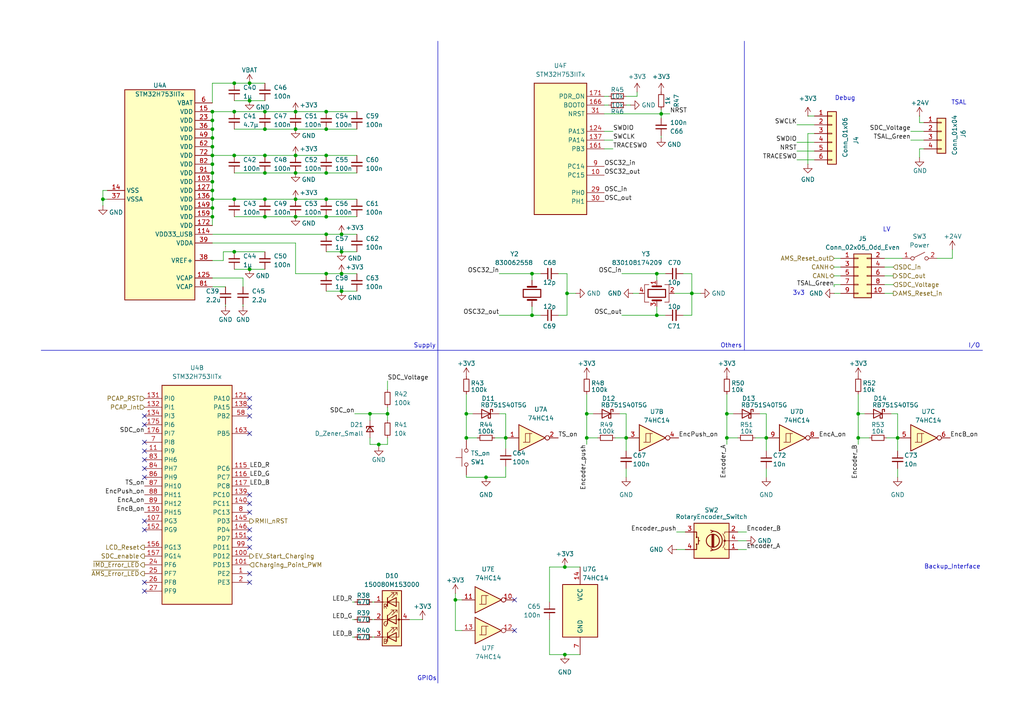
<source format=kicad_sch>
(kicad_sch
	(version 20250114)
	(generator "eeschema")
	(generator_version "9.0")
	(uuid "35b8a975-a1f8-4a47-8395-8e1ea283b386")
	(paper "A4")
	
	(text "Supply"
		(exclude_from_sim no)
		(at 123.19 100.33 0)
		(effects
			(font
				(size 1.27 1.27)
			)
		)
		(uuid "131e0615-657c-4f59-929d-0b7601842308")
	)
	(text "Backup_Interface"
		(exclude_from_sim no)
		(at 276.225 164.465 0)
		(effects
			(font
				(size 1.27 1.27)
			)
		)
		(uuid "15d77424-d13c-4f90-9f96-be8bf1adf8cc")
	)
	(text "3v3"
		(exclude_from_sim no)
		(at 229.87 85.09 0)
		(effects
			(font
				(size 1.27 1.27)
			)
			(justify left)
		)
		(uuid "364922e6-446e-413c-878a-bdcedb16435f")
	)
	(text "Debug"
		(exclude_from_sim no)
		(at 245.11 28.575 0)
		(effects
			(font
				(size 1.27 1.27)
			)
		)
		(uuid "79c5fecb-7e44-4b5c-b26a-b9a1ead8d6a7")
	)
	(text "GPIOs"
		(exclude_from_sim no)
		(at 123.825 196.85 0)
		(effects
			(font
				(size 1.27 1.27)
			)
		)
		(uuid "874e0f0d-b925-486e-858d-0f71e7baf11c")
	)
	(text "Others"
		(exclude_from_sim no)
		(at 212.09 100.33 0)
		(effects
			(font
				(size 1.27 1.27)
			)
		)
		(uuid "8c39beda-3239-4b4d-a394-cb66f7a7e4ef")
	)
	(text "LV"
		(exclude_from_sim no)
		(at 257.175 66.675 0)
		(effects
			(font
				(size 1.27 1.27)
			)
		)
		(uuid "8e72c987-571c-4fd1-98e2-d688bb9b9a23")
	)
	(text "TSAL"
		(exclude_from_sim no)
		(at 278.13 29.845 0)
		(effects
			(font
				(size 1.27 1.27)
			)
		)
		(uuid "b0e08e63-728e-465b-a9bb-a2354a70eaa5")
	)
	(text "I/O"
		(exclude_from_sim no)
		(at 282.575 100.33 0)
		(effects
			(font
				(size 1.27 1.27)
			)
		)
		(uuid "f89b8e88-7ad7-41ce-a0a0-f0fc435a26ef")
	)
	(junction
		(at 210.82 127)
		(diameter 0)
		(color 0 0 0 0)
		(uuid "03054f2e-9208-4716-83d7-1967059eae49")
	)
	(junction
		(at 170.18 120.015)
		(diameter 0)
		(color 0 0 0 0)
		(uuid "04edc9c4-6ba3-413b-80a1-5be3abfb178c")
	)
	(junction
		(at 61.595 60.325)
		(diameter 0)
		(color 0 0 0 0)
		(uuid "0639ff6d-0fa4-4a92-9101-ae69b2e89fd2")
	)
	(junction
		(at 135.255 127)
		(diameter 0)
		(color 0 0 0 0)
		(uuid "0da62957-c2c4-4942-91bd-ffb8d4251c5e")
	)
	(junction
		(at 67.945 32.385)
		(diameter 0)
		(color 0 0 0 0)
		(uuid "1277a601-4d5f-42fb-a0c5-a1f18ba0016e")
	)
	(junction
		(at 260.35 127)
		(diameter 0)
		(color 0 0 0 0)
		(uuid "1ec9d057-6b69-4bff-b2f9-d0b216a47459")
	)
	(junction
		(at 181.61 127)
		(diameter 0)
		(color 0 0 0 0)
		(uuid "1fbd7fc5-8c6d-4ada-afcb-22c60ceb9e34")
	)
	(junction
		(at 132.08 173.99)
		(diameter 0)
		(color 0 0 0 0)
		(uuid "2372f2f0-8b6b-4ba0-8156-48184e2d7c4f")
	)
	(junction
		(at 163.83 164.465)
		(diameter 0)
		(color 0 0 0 0)
		(uuid "32af624e-2218-4443-87a1-2186e9d667d8")
	)
	(junction
		(at 248.92 120.015)
		(diameter 0)
		(color 0 0 0 0)
		(uuid "37d9dbe4-82b9-4615-805a-2f19a542c56e")
	)
	(junction
		(at 170.18 127)
		(diameter 0)
		(color 0 0 0 0)
		(uuid "384fafa7-2dc2-475f-b12a-20aa52e1d930")
	)
	(junction
		(at 112.395 120.015)
		(diameter 0)
		(color 0 0 0 0)
		(uuid "38d409b5-2312-4643-b1fc-fd0131fce598")
	)
	(junction
		(at 67.945 57.785)
		(diameter 0)
		(color 0 0 0 0)
		(uuid "3a44a5b6-35e6-477b-bf34-724cef99df7e")
	)
	(junction
		(at 61.595 32.385)
		(diameter 0)
		(color 0 0 0 0)
		(uuid "3b2e415b-e57a-4f5e-b680-987d6e0ee75d")
	)
	(junction
		(at 76.835 45.085)
		(diameter 0)
		(color 0 0 0 0)
		(uuid "412c5816-2822-46ca-a32f-61cb431bfe1e")
	)
	(junction
		(at 61.595 34.925)
		(diameter 0)
		(color 0 0 0 0)
		(uuid "430d2d22-0f07-45e6-a066-ebb18e98b45d")
	)
	(junction
		(at 94.615 79.375)
		(diameter 0)
		(color 0 0 0 0)
		(uuid "432f5d77-435d-4ec6-8d84-c3578eca972e")
	)
	(junction
		(at 85.725 50.165)
		(diameter 0)
		(color 0 0 0 0)
		(uuid "43f5a8a8-38be-4f74-81aa-71bbc42e5709")
	)
	(junction
		(at 248.92 127)
		(diameter 0)
		(color 0 0 0 0)
		(uuid "46587df5-c4cb-464f-b081-46b2e985f2df")
	)
	(junction
		(at 99.06 84.455)
		(diameter 0)
		(color 0 0 0 0)
		(uuid "4904ae19-57ee-4766-a793-026af6184969")
	)
	(junction
		(at 61.595 57.785)
		(diameter 0)
		(color 0 0 0 0)
		(uuid "4a33e8c1-b15f-4db0-b29d-1dd2148aad9a")
	)
	(junction
		(at 85.725 57.785)
		(diameter 0)
		(color 0 0 0 0)
		(uuid "4bd9b2ee-526d-4e54-8543-852c7a6f1074")
	)
	(junction
		(at 61.595 40.005)
		(diameter 0)
		(color 0 0 0 0)
		(uuid "4bef900f-dc66-42af-b560-e8cc8d6a6bce")
	)
	(junction
		(at 61.595 37.465)
		(diameter 0)
		(color 0 0 0 0)
		(uuid "4c2b925c-0792-420d-8f18-1f562d9b6ba2")
	)
	(junction
		(at 99.06 73.025)
		(diameter 0)
		(color 0 0 0 0)
		(uuid "4ff38491-b732-4bec-930a-4ca407ceb858")
	)
	(junction
		(at 107.315 120.015)
		(diameter 0)
		(color 0 0 0 0)
		(uuid "543660ff-ca23-4fad-8505-bcc3272f30b0")
	)
	(junction
		(at 164.465 85.09)
		(diameter 0)
		(color 0 0 0 0)
		(uuid "556ed635-fced-44e3-845c-f708c990d149")
	)
	(junction
		(at 163.83 189.865)
		(diameter 0)
		(color 0 0 0 0)
		(uuid "57546ade-761b-45ef-9890-daec7eb5d082")
	)
	(junction
		(at 94.615 67.945)
		(diameter 0)
		(color 0 0 0 0)
		(uuid "58f143f7-5a5b-4ff8-89cf-03a63964eb53")
	)
	(junction
		(at 190.5 79.375)
		(diameter 0)
		(color 0 0 0 0)
		(uuid "592f8bd9-4310-4fe4-b840-3718d5a08ff0")
	)
	(junction
		(at 85.725 37.465)
		(diameter 0)
		(color 0 0 0 0)
		(uuid "5a46c399-0f9f-4049-86b9-32bfb792b0a4")
	)
	(junction
		(at 67.945 24.13)
		(diameter 0)
		(color 0 0 0 0)
		(uuid "5ee7831a-b9cd-4699-8b90-ccd7a33a516a")
	)
	(junction
		(at 94.615 62.865)
		(diameter 0)
		(color 0 0 0 0)
		(uuid "62af3ba4-2380-4137-9c4c-8f703fa148db")
	)
	(junction
		(at 222.25 127)
		(diameter 0)
		(color 0 0 0 0)
		(uuid "68357784-7318-43f3-becd-152fcf669e7d")
	)
	(junction
		(at 85.725 32.385)
		(diameter 0)
		(color 0 0 0 0)
		(uuid "6b4ae941-68bd-4806-b564-6051c3e374f6")
	)
	(junction
		(at 61.595 47.625)
		(diameter 0)
		(color 0 0 0 0)
		(uuid "6e7d6e8b-008e-46f2-97bf-300e301fcdc5")
	)
	(junction
		(at 72.39 29.21)
		(diameter 0)
		(color 0 0 0 0)
		(uuid "84972f59-b0b8-441f-aae9-7917b0ac015f")
	)
	(junction
		(at 85.725 45.085)
		(diameter 0)
		(color 0 0 0 0)
		(uuid "84d185bd-171c-460f-91bf-66aa757880e7")
	)
	(junction
		(at 76.835 37.465)
		(diameter 0)
		(color 0 0 0 0)
		(uuid "8a3e42ba-433e-476e-bec8-923cd84f46fb")
	)
	(junction
		(at 61.595 52.705)
		(diameter 0)
		(color 0 0 0 0)
		(uuid "93864b3d-3224-4702-bf3d-2ed04340069c")
	)
	(junction
		(at 99.06 79.375)
		(diameter 0)
		(color 0 0 0 0)
		(uuid "9e0818cf-2913-43d0-81ad-5fd7c6a3ddb1")
	)
	(junction
		(at 140.97 138.43)
		(diameter 0)
		(color 0 0 0 0)
		(uuid "a2af58c6-5f1e-4b3e-b0c0-12a279005486")
	)
	(junction
		(at 76.835 50.165)
		(diameter 0)
		(color 0 0 0 0)
		(uuid "a8da62c7-b5b2-4a05-8568-ce944b258201")
	)
	(junction
		(at 190.5 91.44)
		(diameter 0)
		(color 0 0 0 0)
		(uuid "ac9f37a4-8446-4a5b-a6ff-9f608799a097")
	)
	(junction
		(at 61.595 50.165)
		(diameter 0)
		(color 0 0 0 0)
		(uuid "b510fd1a-117a-465f-a751-9a561bd2ac96")
	)
	(junction
		(at 61.595 42.545)
		(diameter 0)
		(color 0 0 0 0)
		(uuid "b530e2a2-741c-4c76-ace0-7d60e6d206ce")
	)
	(junction
		(at 135.255 120.015)
		(diameter 0)
		(color 0 0 0 0)
		(uuid "b5323042-cbc4-4c6d-8b55-da362d9db400")
	)
	(junction
		(at 94.615 57.785)
		(diameter 0)
		(color 0 0 0 0)
		(uuid "bca7b570-75fa-40a7-a5dd-b415eee9e6fa")
	)
	(junction
		(at 94.615 50.165)
		(diameter 0)
		(color 0 0 0 0)
		(uuid "bcf0274b-9b82-4ddd-b442-da13a9d22e46")
	)
	(junction
		(at 67.945 73.025)
		(diameter 0)
		(color 0 0 0 0)
		(uuid "bdeb1722-eb35-4647-a7e0-350ed2e01785")
	)
	(junction
		(at 200.66 85.09)
		(diameter 0)
		(color 0 0 0 0)
		(uuid "c2234057-b903-484a-a2e3-a32a8859901c")
	)
	(junction
		(at 85.725 62.865)
		(diameter 0)
		(color 0 0 0 0)
		(uuid "c55b6c0a-705b-4ad7-afc8-beda683bc62e")
	)
	(junction
		(at 67.945 45.085)
		(diameter 0)
		(color 0 0 0 0)
		(uuid "ced6b67c-b589-447b-b173-eb3d5278bd77")
	)
	(junction
		(at 99.06 67.945)
		(diameter 0)
		(color 0 0 0 0)
		(uuid "ceeeb9fd-c3cf-438c-9822-df85739f3524")
	)
	(junction
		(at 191.77 33.02)
		(diameter 0)
		(color 0 0 0 0)
		(uuid "d01fb329-49c1-4312-9a86-8c2522e92a75")
	)
	(junction
		(at 72.39 24.13)
		(diameter 0)
		(color 0 0 0 0)
		(uuid "d181dd89-adb0-44ef-b5de-42f46220a519")
	)
	(junction
		(at 154.305 91.44)
		(diameter 0)
		(color 0 0 0 0)
		(uuid "d62f36d0-5342-483c-96b2-d979dd1cfd28")
	)
	(junction
		(at 154.305 79.375)
		(diameter 0)
		(color 0 0 0 0)
		(uuid "d7b6fc6c-855c-4ad5-b8db-ffb1631d4d8e")
	)
	(junction
		(at 29.845 57.785)
		(diameter 0)
		(color 0 0 0 0)
		(uuid "da4a391a-8756-4bbe-ad5d-6a5d7cc0698f")
	)
	(junction
		(at 72.39 78.105)
		(diameter 0)
		(color 0 0 0 0)
		(uuid "dc976682-daa7-427b-b632-e4e6f1b2f4a5")
	)
	(junction
		(at 146.685 127)
		(diameter 0)
		(color 0 0 0 0)
		(uuid "ddd035ed-81df-49e3-9245-82755440f4a5")
	)
	(junction
		(at 61.595 55.245)
		(diameter 0)
		(color 0 0 0 0)
		(uuid "e0d34c7c-a2c8-4d45-a4be-7edc074c7759")
	)
	(junction
		(at 210.82 120.015)
		(diameter 0)
		(color 0 0 0 0)
		(uuid "e28988d6-1ee7-4e20-9f02-35f81af9ff26")
	)
	(junction
		(at 94.615 32.385)
		(diameter 0)
		(color 0 0 0 0)
		(uuid "e6ae9a3e-d48c-4e18-9235-74fe81b4c978")
	)
	(junction
		(at 61.595 62.865)
		(diameter 0)
		(color 0 0 0 0)
		(uuid "eea696d1-0980-4f7d-9ba9-1ff3dcb2b606")
	)
	(junction
		(at 76.835 57.785)
		(diameter 0)
		(color 0 0 0 0)
		(uuid "f3f74bf6-10b1-4218-bfb6-61ef3118c054")
	)
	(junction
		(at 76.835 62.865)
		(diameter 0)
		(color 0 0 0 0)
		(uuid "f5150f2b-4683-49e5-a470-3066104142ee")
	)
	(junction
		(at 61.595 45.085)
		(diameter 0)
		(color 0 0 0 0)
		(uuid "f5abb69e-3023-40b6-8c88-ffed31815111")
	)
	(junction
		(at 76.835 32.385)
		(diameter 0)
		(color 0 0 0 0)
		(uuid "f71381d7-d154-4117-8ffa-0d9e641e8953")
	)
	(junction
		(at 94.615 45.085)
		(diameter 0)
		(color 0 0 0 0)
		(uuid "fa07ce36-60e8-4ebb-8b80-5cc0f863054d")
	)
	(junction
		(at 94.615 37.465)
		(diameter 0)
		(color 0 0 0 0)
		(uuid "fea021c6-6169-4cbd-bd9b-0c0e6e7bdfc0")
	)
	(junction
		(at 109.855 128.905)
		(diameter 0)
		(color 0 0 0 0)
		(uuid "fee4a54d-fd10-4b4f-97f2-238b76d9efae")
	)
	(no_connect
		(at 72.39 153.67)
		(uuid "0979849e-710e-47b6-86d7-e9c688b9aa11")
	)
	(no_connect
		(at 72.39 143.51)
		(uuid "13083978-a433-486d-9ce7-3968dc7190da")
	)
	(no_connect
		(at 41.91 123.19)
		(uuid "146ce1fc-bec7-4dc3-ab48-bc46d796fe51")
	)
	(no_connect
		(at 72.39 166.37)
		(uuid "184e0b37-2f9c-4056-97b4-ef1a017e4ee4")
	)
	(no_connect
		(at 41.91 168.91)
		(uuid "1ab33352-5df0-41d3-8a2b-70622302d93e")
	)
	(no_connect
		(at 72.39 168.91)
		(uuid "280c6123-36ed-4032-a8fb-23625e9cbf40")
	)
	(no_connect
		(at 149.225 182.88)
		(uuid "29403ca2-cc18-4015-b634-200487c369b9")
	)
	(no_connect
		(at 72.39 118.11)
		(uuid "3071b2a9-834c-4d88-bf39-2726c506937e")
	)
	(no_connect
		(at 72.39 156.21)
		(uuid "4f5fb956-ecd3-4e6a-b104-4f11672ec02d")
	)
	(no_connect
		(at 72.39 115.57)
		(uuid "554342c8-e8a6-401a-9844-51d2683b8c11")
	)
	(no_connect
		(at 72.39 148.59)
		(uuid "56d7413a-87a1-4ad6-8dbd-0da9468a8192")
	)
	(no_connect
		(at 41.91 153.67)
		(uuid "5cb0fac4-5588-43dd-a51e-c4f003bc7824")
	)
	(no_connect
		(at 41.91 171.45)
		(uuid "7e0e686d-2fb2-4695-9b96-f6d8257bde24")
	)
	(no_connect
		(at 149.225 173.99)
		(uuid "8cf95af1-9033-42fe-8297-3430137568f8")
	)
	(no_connect
		(at 72.39 146.05)
		(uuid "9c567fc2-914f-47ce-9a54-4d0e0f7c77a2")
	)
	(no_connect
		(at 72.39 125.73)
		(uuid "ae028c46-c4c0-44a8-ab15-5a3221e64571")
	)
	(no_connect
		(at 41.91 120.65)
		(uuid "bf91d5ab-3192-49f6-a0f3-cb8a4dc750a6")
	)
	(no_connect
		(at 41.91 138.43)
		(uuid "c17d3ccd-81ba-4fdd-af5d-4cffde13a405")
	)
	(no_connect
		(at 41.91 133.35)
		(uuid "c2dec42b-d8b6-4fba-8ad8-3058ad41867c")
	)
	(no_connect
		(at 41.91 130.81)
		(uuid "cb35255e-15c1-4414-bab0-36e7e6123437")
	)
	(no_connect
		(at 72.39 120.65)
		(uuid "cf225bd0-a812-4259-9c6d-76bce07b2df2")
	)
	(no_connect
		(at 41.91 135.89)
		(uuid "cf870591-39f4-4cb8-9b41-ec579bc32917")
	)
	(no_connect
		(at 41.91 151.13)
		(uuid "d187bd36-9147-40e9-9890-05ffb8be5838")
	)
	(no_connect
		(at 41.91 128.27)
		(uuid "d944d886-a214-438d-bf39-c2249697a1c3")
	)
	(no_connect
		(at 72.39 158.75)
		(uuid "e38f9f38-fab1-4a5d-8735-35ab6dacc3c2")
	)
	(wire
		(pts
			(xy 29.845 55.245) (xy 29.845 57.785)
		)
		(stroke
			(width 0)
			(type default)
		)
		(uuid "032e93c1-425f-4fcb-aba6-03ae1c74082b")
	)
	(wire
		(pts
			(xy 61.595 50.165) (xy 61.595 52.705)
		)
		(stroke
			(width 0)
			(type default)
		)
		(uuid "04debeef-549a-4c39-927b-69f1f0139e70")
	)
	(wire
		(pts
			(xy 102.235 184.785) (xy 102.87 184.785)
		)
		(stroke
			(width 0)
			(type default)
		)
		(uuid "05c2eb4c-a567-4a7b-9a8b-6cba89516905")
	)
	(wire
		(pts
			(xy 163.83 164.465) (xy 159.385 164.465)
		)
		(stroke
			(width 0)
			(type default)
		)
		(uuid "07a82d9a-9ca8-4d08-8726-f180541b7083")
	)
	(wire
		(pts
			(xy 94.615 84.455) (xy 99.06 84.455)
		)
		(stroke
			(width 0)
			(type default)
		)
		(uuid "0897e0f0-120b-400e-bb14-897e40e7b02d")
	)
	(wire
		(pts
			(xy 61.595 45.085) (xy 61.595 47.625)
		)
		(stroke
			(width 0)
			(type default)
		)
		(uuid "097118d6-edc8-4348-b70f-10344c435092")
	)
	(wire
		(pts
			(xy 276.225 74.93) (xy 271.78 74.93)
		)
		(stroke
			(width 0)
			(type default)
		)
		(uuid "0abfaed6-42e2-4ebd-ac06-07b93585aba9")
	)
	(wire
		(pts
			(xy 210.82 127) (xy 210.82 120.015)
		)
		(stroke
			(width 0)
			(type default)
		)
		(uuid "0acb257e-2494-4ba3-9e68-77f675c74b58")
	)
	(wire
		(pts
			(xy 132.08 173.99) (xy 133.985 173.99)
		)
		(stroke
			(width 0)
			(type default)
		)
		(uuid "0c12a21c-7010-4ff8-acfb-f02a5c09dbb8")
	)
	(wire
		(pts
			(xy 164.465 79.375) (xy 161.925 79.375)
		)
		(stroke
			(width 0)
			(type default)
		)
		(uuid "0f6e8366-0d81-4da7-9f30-62173a06d853")
	)
	(wire
		(pts
			(xy 144.78 91.44) (xy 154.305 91.44)
		)
		(stroke
			(width 0)
			(type default)
		)
		(uuid "0f761e8c-44a9-43ba-8303-ba52fba04da2")
	)
	(wire
		(pts
			(xy 94.615 32.385) (xy 103.505 32.385)
		)
		(stroke
			(width 0)
			(type default)
		)
		(uuid "0fa1f5e0-0ffe-4f7d-bf74-e541cdb35448")
	)
	(wire
		(pts
			(xy 67.945 29.21) (xy 72.39 29.21)
		)
		(stroke
			(width 0)
			(type default)
		)
		(uuid "104524c5-4e85-46bb-8fcf-6e42d9b60b65")
	)
	(wire
		(pts
			(xy 196.215 154.305) (xy 198.755 154.305)
		)
		(stroke
			(width 0)
			(type default)
		)
		(uuid "10bcdded-64db-4cbe-937c-70873d7cfb8e")
	)
	(wire
		(pts
			(xy 154.305 88.9) (xy 154.305 91.44)
		)
		(stroke
			(width 0)
			(type default)
		)
		(uuid "11e88f10-3504-432d-b8ed-d3a2e1236c08")
	)
	(wire
		(pts
			(xy 159.385 179.705) (xy 159.385 189.865)
		)
		(stroke
			(width 0)
			(type default)
		)
		(uuid "12993ed2-1dc1-4d0e-86ff-959c1d8c40f6")
	)
	(wire
		(pts
			(xy 156.845 79.375) (xy 154.305 79.375)
		)
		(stroke
			(width 0)
			(type default)
		)
		(uuid "13465972-5b15-4360-a8d8-10dafd7f715f")
	)
	(wire
		(pts
			(xy 61.595 80.645) (xy 70.485 80.645)
		)
		(stroke
			(width 0)
			(type default)
		)
		(uuid "148b4878-4176-450e-a5d5-e6bfe383516f")
	)
	(wire
		(pts
			(xy 276.225 72.39) (xy 276.225 74.93)
		)
		(stroke
			(width 0)
			(type default)
		)
		(uuid "149f6158-2d55-4904-9005-6a7af8f5b0bd")
	)
	(wire
		(pts
			(xy 61.595 70.485) (xy 85.725 70.485)
		)
		(stroke
			(width 0)
			(type default)
		)
		(uuid "17aaff2b-efe1-44db-8c2b-80df99259895")
	)
	(wire
		(pts
			(xy 266.7 45.72) (xy 266.7 43.18)
		)
		(stroke
			(width 0)
			(type default)
		)
		(uuid "17af4a42-5d6e-4b1d-a623-823e298f89ff")
	)
	(wire
		(pts
			(xy 248.92 127) (xy 248.92 120.015)
		)
		(stroke
			(width 0)
			(type default)
		)
		(uuid "189cc12e-17f9-4ac7-a5e3-046d825e6b14")
	)
	(wire
		(pts
			(xy 99.06 67.945) (xy 103.505 67.945)
		)
		(stroke
			(width 0)
			(type default)
		)
		(uuid "1a1d5fa7-6a93-453f-bf03-bdc034a2e77b")
	)
	(wire
		(pts
			(xy 94.615 57.785) (xy 103.505 57.785)
		)
		(stroke
			(width 0)
			(type default)
		)
		(uuid "1c4dff5e-c946-4edf-b17e-21144a60469e")
	)
	(wire
		(pts
			(xy 241.935 77.47) (xy 243.84 77.47)
		)
		(stroke
			(width 0)
			(type default)
		)
		(uuid "1d2e0e02-2515-4d66-aeb3-65162d89a3f4")
	)
	(wire
		(pts
			(xy 184.785 27.94) (xy 181.61 27.94)
		)
		(stroke
			(width 0)
			(type default)
		)
		(uuid "1f04f8da-308f-4d4b-b645-ba6a9e3ab5d0")
	)
	(wire
		(pts
			(xy 76.835 32.385) (xy 85.725 32.385)
		)
		(stroke
			(width 0)
			(type default)
		)
		(uuid "1faf3668-c96e-4421-a896-b7c77f08f668")
	)
	(wire
		(pts
			(xy 61.595 83.185) (xy 65.405 83.185)
		)
		(stroke
			(width 0)
			(type default)
		)
		(uuid "1ffb5664-1168-4c3c-85d6-4fdbdf0c4e6e")
	)
	(wire
		(pts
			(xy 264.16 38.1) (xy 267.97 38.1)
		)
		(stroke
			(width 0)
			(type default)
		)
		(uuid "24d23fd4-dde8-468b-82b9-b8390fc82a84")
	)
	(wire
		(pts
			(xy 135.255 120.015) (xy 135.255 114.3)
		)
		(stroke
			(width 0)
			(type default)
		)
		(uuid "24dd2109-d885-4f25-9b95-438c9c83cf53")
	)
	(wire
		(pts
			(xy 180.34 91.44) (xy 190.5 91.44)
		)
		(stroke
			(width 0)
			(type default)
		)
		(uuid "253dfb7b-e994-492e-9366-0b579cd2b921")
	)
	(wire
		(pts
			(xy 175.26 43.18) (xy 177.8 43.18)
		)
		(stroke
			(width 0)
			(type default)
		)
		(uuid "2648ca35-0d3b-41fc-a0c7-4426c47646af")
	)
	(wire
		(pts
			(xy 178.435 127) (xy 181.61 127)
		)
		(stroke
			(width 0)
			(type default)
		)
		(uuid "2648ed24-8d46-4019-81af-59cb3d3be6ef")
	)
	(wire
		(pts
			(xy 191.77 31.75) (xy 191.77 33.02)
		)
		(stroke
			(width 0)
			(type default)
		)
		(uuid "26c33951-823a-4537-8b37-6d067360a301")
	)
	(wire
		(pts
			(xy 112.395 128.905) (xy 112.395 127)
		)
		(stroke
			(width 0)
			(type default)
		)
		(uuid "2c4f26c5-5c63-4935-8730-31c29fa84cce")
	)
	(wire
		(pts
			(xy 181.61 127) (xy 181.61 130.81)
		)
		(stroke
			(width 0)
			(type default)
		)
		(uuid "2cdd5f51-0d96-4792-81bb-d51b64b09cb3")
	)
	(wire
		(pts
			(xy 61.595 24.13) (xy 67.945 24.13)
		)
		(stroke
			(width 0)
			(type default)
		)
		(uuid "309416c5-01a5-479d-b151-4aa15c679aae")
	)
	(wire
		(pts
			(xy 85.725 79.375) (xy 94.615 79.375)
		)
		(stroke
			(width 0)
			(type default)
		)
		(uuid "310b3c16-f636-42e3-92d9-8323bba36848")
	)
	(wire
		(pts
			(xy 76.835 37.465) (xy 85.725 37.465)
		)
		(stroke
			(width 0)
			(type default)
		)
		(uuid "330ea2aa-85e8-4ceb-99f4-7100f8ce0417")
	)
	(wire
		(pts
			(xy 191.77 33.02) (xy 194.31 33.02)
		)
		(stroke
			(width 0)
			(type default)
		)
		(uuid "347806f3-c012-4e14-b373-8933bd8734e0")
	)
	(wire
		(pts
			(xy 76.835 57.785) (xy 85.725 57.785)
		)
		(stroke
			(width 0)
			(type default)
		)
		(uuid "36d2f170-42d7-42b6-bedf-1e807c2cdfa4")
	)
	(wire
		(pts
			(xy 132.08 182.88) (xy 133.985 182.88)
		)
		(stroke
			(width 0)
			(type default)
		)
		(uuid "37e53374-fbe2-4c94-9df6-af2d252aceb1")
	)
	(wire
		(pts
			(xy 212.725 120.015) (xy 210.82 120.015)
		)
		(stroke
			(width 0)
			(type default)
		)
		(uuid "3d2600c5-4b7c-4f1d-afa3-11b5c6dcb5c5")
	)
	(wire
		(pts
			(xy 61.595 42.545) (xy 61.595 45.085)
		)
		(stroke
			(width 0)
			(type default)
		)
		(uuid "3ef07bc0-0d1b-4958-a3ce-4224cfe09f5c")
	)
	(wire
		(pts
			(xy 175.26 30.48) (xy 176.53 30.48)
		)
		(stroke
			(width 0)
			(type default)
		)
		(uuid "403943a3-7606-4350-b9f9-7a83a426e950")
	)
	(wire
		(pts
			(xy 107.315 120.015) (xy 107.315 121.92)
		)
		(stroke
			(width 0)
			(type default)
		)
		(uuid "40f3fbab-c25f-4c9a-a6ab-fb4449cf418a")
	)
	(wire
		(pts
			(xy 67.945 73.025) (xy 76.835 73.025)
		)
		(stroke
			(width 0)
			(type default)
		)
		(uuid "41a4017a-ed14-481c-94d2-358f975fdabf")
	)
	(wire
		(pts
			(xy 146.685 135.255) (xy 146.685 138.43)
		)
		(stroke
			(width 0)
			(type default)
		)
		(uuid "42a6c1c1-0bec-4a64-ba97-022485632b2c")
	)
	(wire
		(pts
			(xy 196.215 159.385) (xy 198.755 159.385)
		)
		(stroke
			(width 0)
			(type default)
		)
		(uuid "45efd4b5-380f-4cd4-904f-cf4fa9f9daec")
	)
	(wire
		(pts
			(xy 99.06 79.375) (xy 103.505 79.375)
		)
		(stroke
			(width 0)
			(type default)
		)
		(uuid "4744999c-668b-4ef7-aadc-3605c6b773bc")
	)
	(wire
		(pts
			(xy 181.61 120.015) (xy 179.705 120.015)
		)
		(stroke
			(width 0)
			(type default)
		)
		(uuid "49c65d79-8bc2-442d-ab86-201154fc87cc")
	)
	(wire
		(pts
			(xy 241.935 82.55) (xy 243.84 82.55)
		)
		(stroke
			(width 0)
			(type default)
		)
		(uuid "4a8c75fc-97c8-4a4c-ae30-d2dd3740701b")
	)
	(wire
		(pts
			(xy 94.615 67.945) (xy 99.06 67.945)
		)
		(stroke
			(width 0)
			(type default)
		)
		(uuid "4b920d01-933a-491c-99e7-03b14beb823a")
	)
	(wire
		(pts
			(xy 31.115 57.785) (xy 29.845 57.785)
		)
		(stroke
			(width 0)
			(type default)
		)
		(uuid "4d5c3bc0-56ca-42fc-9e4b-f425c7170797")
	)
	(wire
		(pts
			(xy 64.77 75.565) (xy 64.77 73.025)
		)
		(stroke
			(width 0)
			(type default)
		)
		(uuid "50907a1c-ae3b-4cb2-8b1f-a2bbd698e6e7")
	)
	(wire
		(pts
			(xy 164.465 85.09) (xy 164.465 79.375)
		)
		(stroke
			(width 0)
			(type default)
		)
		(uuid "50b98742-cad0-4c19-a7a0-a62a29ac5fcc")
	)
	(wire
		(pts
			(xy 222.25 120.015) (xy 220.345 120.015)
		)
		(stroke
			(width 0)
			(type default)
		)
		(uuid "5191c369-027d-4092-b2b8-93d2603c665e")
	)
	(wire
		(pts
			(xy 260.35 135.89) (xy 260.35 138.43)
		)
		(stroke
			(width 0)
			(type default)
		)
		(uuid "5248ae66-747b-402d-b1e1-3923ddbceb53")
	)
	(wire
		(pts
			(xy 109.855 129.54) (xy 109.855 128.905)
		)
		(stroke
			(width 0)
			(type default)
		)
		(uuid "55392592-7026-4f7e-ac69-d16b34d6c332")
	)
	(wire
		(pts
			(xy 193.04 79.375) (xy 190.5 79.375)
		)
		(stroke
			(width 0)
			(type default)
		)
		(uuid "555e9d66-742b-4eec-a060-e02888a73929")
	)
	(wire
		(pts
			(xy 146.685 127) (xy 146.685 120.015)
		)
		(stroke
			(width 0)
			(type default)
		)
		(uuid "55cfb840-558a-4935-83f9-4eb19eacb4b8")
	)
	(wire
		(pts
			(xy 175.26 38.1) (xy 177.8 38.1)
		)
		(stroke
			(width 0)
			(type default)
		)
		(uuid "57d04a43-6d2e-4867-91ea-a8b774abf2a0")
	)
	(wire
		(pts
			(xy 190.5 79.375) (xy 190.5 81.28)
		)
		(stroke
			(width 0)
			(type default)
		)
		(uuid "5a7fb71b-fa03-4ad2-9d6d-61e0ee9e0398")
	)
	(wire
		(pts
			(xy 72.39 78.105) (xy 76.835 78.105)
		)
		(stroke
			(width 0)
			(type default)
		)
		(uuid "5aff9e20-a3fa-44e2-b265-1bacc7296e59")
	)
	(polyline
		(pts
			(xy 215.9 11.938) (xy 215.9 101.6)
		)
		(stroke
			(width 0)
			(type default)
		)
		(uuid "5d5a5bf6-27d1-48b9-96a5-b3ec58aa8e29")
	)
	(wire
		(pts
			(xy 191.77 34.29) (xy 191.77 33.02)
		)
		(stroke
			(width 0)
			(type default)
		)
		(uuid "60b71a6b-1157-4946-bc97-0a3329be562e")
	)
	(wire
		(pts
			(xy 163.83 189.865) (xy 168.275 189.865)
		)
		(stroke
			(width 0)
			(type default)
		)
		(uuid "6135ec72-54f1-443e-a5b5-c37342bd387e")
	)
	(wire
		(pts
			(xy 107.95 179.705) (xy 108.585 179.705)
		)
		(stroke
			(width 0)
			(type default)
		)
		(uuid "62b842d4-cccf-48c1-93fb-672495a4281c")
	)
	(wire
		(pts
			(xy 85.725 32.385) (xy 94.615 32.385)
		)
		(stroke
			(width 0)
			(type default)
		)
		(uuid "6303d52b-100d-46f3-a928-30836b82f1cc")
	)
	(wire
		(pts
			(xy 94.615 50.165) (xy 103.505 50.165)
		)
		(stroke
			(width 0)
			(type default)
		)
		(uuid "6396b971-f44f-406f-9e4e-0613cb6bf000")
	)
	(wire
		(pts
			(xy 135.255 127.635) (xy 135.255 127)
		)
		(stroke
			(width 0)
			(type default)
		)
		(uuid "64e3a189-c1ad-459d-995d-a0035f523f27")
	)
	(wire
		(pts
			(xy 112.395 120.015) (xy 107.315 120.015)
		)
		(stroke
			(width 0)
			(type default)
		)
		(uuid "6625ace8-7df0-49fe-be18-552f69797353")
	)
	(wire
		(pts
			(xy 72.39 24.13) (xy 76.835 24.13)
		)
		(stroke
			(width 0)
			(type default)
		)
		(uuid "67d92ab7-6b27-413e-9d68-7d1c5c2811e8")
	)
	(wire
		(pts
			(xy 67.945 37.465) (xy 76.835 37.465)
		)
		(stroke
			(width 0)
			(type default)
		)
		(uuid "6806237e-7ade-4701-8b03-154f1dcd585d")
	)
	(wire
		(pts
			(xy 61.595 57.785) (xy 61.595 60.325)
		)
		(stroke
			(width 0)
			(type default)
		)
		(uuid "6a586c9f-68a8-4812-82a9-a5e31d2a3515")
	)
	(wire
		(pts
			(xy 170.18 127) (xy 170.18 120.015)
		)
		(stroke
			(width 0)
			(type default)
		)
		(uuid "6be6246e-4199-4714-be23-b158dcd26c83")
	)
	(wire
		(pts
			(xy 170.18 120.015) (xy 170.18 114.3)
		)
		(stroke
			(width 0)
			(type default)
		)
		(uuid "6d08ff60-dd10-45f6-8a05-095ee98a5730")
	)
	(wire
		(pts
			(xy 118.745 179.705) (xy 122.555 179.705)
		)
		(stroke
			(width 0)
			(type default)
		)
		(uuid "6d45df03-d4db-468d-b940-85424d61490f")
	)
	(wire
		(pts
			(xy 184.785 26.67) (xy 184.785 27.94)
		)
		(stroke
			(width 0)
			(type default)
		)
		(uuid "6d4f3bce-43e5-4382-80fd-e1bf727cadaf")
	)
	(wire
		(pts
			(xy 264.16 40.64) (xy 267.97 40.64)
		)
		(stroke
			(width 0)
			(type default)
		)
		(uuid "6e4c3d8c-0039-454c-9ed5-ebed97a25dfd")
	)
	(wire
		(pts
			(xy 200.66 91.44) (xy 200.66 85.09)
		)
		(stroke
			(width 0)
			(type default)
		)
		(uuid "6e65cf2f-79a8-42d3-a1d9-dc3348bdfd63")
	)
	(wire
		(pts
			(xy 260.35 127) (xy 260.35 130.81)
		)
		(stroke
			(width 0)
			(type default)
		)
		(uuid "6ef6778b-bc85-4d70-ac90-14af113f39b0")
	)
	(wire
		(pts
			(xy 234.315 38.735) (xy 236.22 38.735)
		)
		(stroke
			(width 0)
			(type default)
		)
		(uuid "6f73b510-add9-447a-a656-606690f47875")
	)
	(wire
		(pts
			(xy 190.5 91.44) (xy 193.04 91.44)
		)
		(stroke
			(width 0)
			(type default)
		)
		(uuid "703d9349-c8a4-4a59-8d3d-5b12a6be4b90")
	)
	(wire
		(pts
			(xy 181.61 135.89) (xy 181.61 138.43)
		)
		(stroke
			(width 0)
			(type default)
		)
		(uuid "72e34599-0c42-46a0-9c0b-77a570bf18de")
	)
	(wire
		(pts
			(xy 64.77 73.025) (xy 67.945 73.025)
		)
		(stroke
			(width 0)
			(type default)
		)
		(uuid "73b6ecd5-6c6d-4016-bd27-0a2d8d9f1dcb")
	)
	(wire
		(pts
			(xy 222.25 135.89) (xy 222.25 138.43)
		)
		(stroke
			(width 0)
			(type default)
		)
		(uuid "758d34b8-5e0c-4d3e-a8e7-0bf6f0655aa8")
	)
	(wire
		(pts
			(xy 94.615 79.375) (xy 99.06 79.375)
		)
		(stroke
			(width 0)
			(type default)
		)
		(uuid "75c1b770-6d91-48ed-b5bb-2a7474ec1302")
	)
	(wire
		(pts
			(xy 248.92 120.015) (xy 248.92 114.3)
		)
		(stroke
			(width 0)
			(type default)
		)
		(uuid "75c4b408-7bb5-4316-be8b-144dfb3a0679")
	)
	(wire
		(pts
			(xy 109.855 128.905) (xy 112.395 128.905)
		)
		(stroke
			(width 0)
			(type default)
		)
		(uuid "7914a7e9-5528-4149-9398-b8c7534f01a7")
	)
	(wire
		(pts
			(xy 94.615 37.465) (xy 103.505 37.465)
		)
		(stroke
			(width 0)
			(type default)
		)
		(uuid "79b4f1a0-ad3e-42ad-8d4d-96fdacee2d98")
	)
	(wire
		(pts
			(xy 222.25 127) (xy 222.25 120.015)
		)
		(stroke
			(width 0)
			(type default)
		)
		(uuid "7a70a435-d0a5-4728-9fe3-488b103c0ff1")
	)
	(wire
		(pts
			(xy 61.595 75.565) (xy 64.77 75.565)
		)
		(stroke
			(width 0)
			(type default)
		)
		(uuid "7af938fc-d107-4e8b-b420-77fc02771c52")
	)
	(wire
		(pts
			(xy 219.075 127) (xy 222.25 127)
		)
		(stroke
			(width 0)
			(type default)
		)
		(uuid "839b782e-28ab-428d-b1be-7822af7b71cb")
	)
	(wire
		(pts
			(xy 180.34 79.375) (xy 190.5 79.375)
		)
		(stroke
			(width 0)
			(type default)
		)
		(uuid "83a55d68-4ab7-4179-9354-0c5cc77b1c73")
	)
	(wire
		(pts
			(xy 76.835 50.165) (xy 85.725 50.165)
		)
		(stroke
			(width 0)
			(type default)
		)
		(uuid "84e3fdd0-3727-441e-a756-9e0c64b0f45f")
	)
	(polyline
		(pts
			(xy 127 11.938) (xy 127 101.6)
		)
		(stroke
			(width 0)
			(type default)
		)
		(uuid "84f38b85-0f5d-4a4b-80bb-696a14d4aafa")
	)
	(wire
		(pts
			(xy 140.97 138.43) (xy 146.685 138.43)
		)
		(stroke
			(width 0)
			(type default)
		)
		(uuid "86313ec9-c45c-40da-8b43-e3bfab508203")
	)
	(wire
		(pts
			(xy 248.92 127) (xy 252.095 127)
		)
		(stroke
			(width 0)
			(type default)
		)
		(uuid "86947a20-bfbb-470f-ade3-d9f6007b69ac")
	)
	(wire
		(pts
			(xy 175.26 40.64) (xy 177.8 40.64)
		)
		(stroke
			(width 0)
			(type default)
		)
		(uuid "88b8f5b6-3715-41e0-a3a8-0d0e3a6c1e02")
	)
	(wire
		(pts
			(xy 168.275 164.465) (xy 163.83 164.465)
		)
		(stroke
			(width 0)
			(type default)
		)
		(uuid "89e32d00-bc94-4885-82e0-5dd30728688e")
	)
	(wire
		(pts
			(xy 61.595 67.945) (xy 94.615 67.945)
		)
		(stroke
			(width 0)
			(type default)
		)
		(uuid "8b6d86c8-a76b-4172-a3e3-318a9ff50aa3")
	)
	(polyline
		(pts
			(xy 127 101.6) (xy 127 198.12)
		)
		(stroke
			(width 0)
			(type default)
		)
		(uuid "8bcf0b4a-6f01-4a5f-b0f5-c84531e850c3")
	)
	(wire
		(pts
			(xy 260.35 120.015) (xy 258.445 120.015)
		)
		(stroke
			(width 0)
			(type default)
		)
		(uuid "8c19e9ff-e4ef-4483-a680-8e6b2961edcb")
	)
	(wire
		(pts
			(xy 210.82 127) (xy 213.995 127)
		)
		(stroke
			(width 0)
			(type default)
		)
		(uuid "8c3414c8-1f18-4d52-9d18-92efb010e968")
	)
	(wire
		(pts
			(xy 102.235 174.625) (xy 102.87 174.625)
		)
		(stroke
			(width 0)
			(type default)
		)
		(uuid "8ebbf762-fbce-49fe-bfeb-dcdacafb24c4")
	)
	(wire
		(pts
			(xy 231.14 41.275) (xy 236.22 41.275)
		)
		(stroke
			(width 0)
			(type default)
		)
		(uuid "9010c615-b8dc-48be-91ed-68e32181e1d7")
	)
	(wire
		(pts
			(xy 190.5 88.9) (xy 190.5 91.44)
		)
		(stroke
			(width 0)
			(type default)
		)
		(uuid "901b9b2d-ac73-44b7-895b-ec05897b6639")
	)
	(wire
		(pts
			(xy 200.66 85.09) (xy 203.2 85.09)
		)
		(stroke
			(width 0)
			(type default)
		)
		(uuid "9093e411-b067-4966-8fa8-328292f3ebea")
	)
	(wire
		(pts
			(xy 61.595 55.245) (xy 61.595 57.785)
		)
		(stroke
			(width 0)
			(type default)
		)
		(uuid "90b8ebde-31c8-4847-a287-5f7fd9675ba3")
	)
	(wire
		(pts
			(xy 243.84 85.09) (xy 241.935 85.09)
		)
		(stroke
			(width 0)
			(type default)
		)
		(uuid "91741062-b740-4586-b9f4-922451ae440c")
	)
	(wire
		(pts
			(xy 170.18 128.905) (xy 170.18 127)
		)
		(stroke
			(width 0)
			(type default)
		)
		(uuid "964c4c95-0edc-42d0-810d-ad4479439d49")
	)
	(wire
		(pts
			(xy 99.06 73.025) (xy 103.505 73.025)
		)
		(stroke
			(width 0)
			(type default)
		)
		(uuid "973662df-2e27-4c95-a259-713a9d128e46")
	)
	(wire
		(pts
			(xy 159.385 164.465) (xy 159.385 174.625)
		)
		(stroke
			(width 0)
			(type default)
		)
		(uuid "978df144-cdde-4d69-8b01-c4fe7024360a")
	)
	(wire
		(pts
			(xy 154.305 91.44) (xy 156.845 91.44)
		)
		(stroke
			(width 0)
			(type default)
		)
		(uuid "97ede80a-b5b1-4149-b441-4a9a24261021")
	)
	(wire
		(pts
			(xy 29.845 57.785) (xy 29.845 59.69)
		)
		(stroke
			(width 0)
			(type default)
		)
		(uuid "98d5f97d-76ee-4339-9fcb-0aad1bffdd91")
	)
	(wire
		(pts
			(xy 266.7 33.655) (xy 266.7 35.56)
		)
		(stroke
			(width 0)
			(type default)
		)
		(uuid "9b45f6d1-d5f6-49df-b13f-a61d564c7e69")
	)
	(wire
		(pts
			(xy 200.66 85.09) (xy 195.58 85.09)
		)
		(stroke
			(width 0)
			(type default)
		)
		(uuid "9cc1ff3f-cefe-4a7e-b237-e926d6edbe05")
	)
	(wire
		(pts
			(xy 266.7 35.56) (xy 267.97 35.56)
		)
		(stroke
			(width 0)
			(type default)
		)
		(uuid "9d514266-0ddd-4350-a00d-f23dcaf52f6f")
	)
	(wire
		(pts
			(xy 107.315 120.015) (xy 102.87 120.015)
		)
		(stroke
			(width 0)
			(type default)
		)
		(uuid "9d8b6b7c-364f-4e1a-8da5-3819b2a08675")
	)
	(wire
		(pts
			(xy 241.935 83.185) (xy 241.935 82.55)
		)
		(stroke
			(width 0)
			(type default)
		)
		(uuid "9f544dbe-c4bf-4ea9-ae26-92987485c5f5")
	)
	(wire
		(pts
			(xy 61.595 47.625) (xy 61.595 50.165)
		)
		(stroke
			(width 0)
			(type default)
		)
		(uuid "9f9ae461-b89c-4786-9861-dda1960da6f7")
	)
	(wire
		(pts
			(xy 67.945 24.13) (xy 72.39 24.13)
		)
		(stroke
			(width 0)
			(type default)
		)
		(uuid "a10ab475-065e-44da-aa1e-4acd1b79678e")
	)
	(wire
		(pts
			(xy 85.725 62.865) (xy 94.615 62.865)
		)
		(stroke
			(width 0)
			(type default)
		)
		(uuid "a1794c33-030e-4353-b243-ecbb43184f8d")
	)
	(wire
		(pts
			(xy 146.685 127) (xy 146.685 130.175)
		)
		(stroke
			(width 0)
			(type default)
		)
		(uuid "a492a2d2-690f-48ce-8b67-44ff70ef9cd0")
	)
	(wire
		(pts
			(xy 94.615 73.025) (xy 99.06 73.025)
		)
		(stroke
			(width 0)
			(type default)
		)
		(uuid "a5b56033-b81b-415f-a7ab-e84f87f8230e")
	)
	(wire
		(pts
			(xy 200.66 85.09) (xy 200.66 79.375)
		)
		(stroke
			(width 0)
			(type default)
		)
		(uuid "a5ffdd7d-d73d-4f19-a48a-67b6dccc47b4")
	)
	(wire
		(pts
			(xy 112.395 113.03) (xy 112.395 110.49)
		)
		(stroke
			(width 0)
			(type default)
		)
		(uuid "a718020f-1fd0-4ca7-bf42-8f95f5bffabc")
	)
	(wire
		(pts
			(xy 175.26 33.02) (xy 191.77 33.02)
		)
		(stroke
			(width 0)
			(type default)
		)
		(uuid "a7538366-43ba-4f57-a90e-c52e3d942daa")
	)
	(wire
		(pts
			(xy 135.255 138.43) (xy 135.255 137.795)
		)
		(stroke
			(width 0)
			(type default)
		)
		(uuid "a87a4e21-be8f-4c97-aa39-590f7357b5aa")
	)
	(wire
		(pts
			(xy 67.945 32.385) (xy 76.835 32.385)
		)
		(stroke
			(width 0)
			(type default)
		)
		(uuid "a904c53b-8e3e-4bc5-a27f-7383e8f2953d")
	)
	(wire
		(pts
			(xy 260.35 127) (xy 260.35 120.015)
		)
		(stroke
			(width 0)
			(type default)
		)
		(uuid "a9068bf5-f10c-47f0-993f-76eee5b0d4a3")
	)
	(wire
		(pts
			(xy 256.54 74.93) (xy 261.62 74.93)
		)
		(stroke
			(width 0)
			(type default)
		)
		(uuid "aa32e37b-0a16-4d8d-9d0d-b8b5ce96dcc7")
	)
	(wire
		(pts
			(xy 107.315 127) (xy 107.315 128.905)
		)
		(stroke
			(width 0)
			(type default)
		)
		(uuid "ab4c4cc5-a5bf-4039-a008-37765ef8eb1e")
	)
	(wire
		(pts
			(xy 248.92 128.905) (xy 248.92 127)
		)
		(stroke
			(width 0)
			(type default)
		)
		(uuid "abc310cb-857c-4753-b28e-44fa907af802")
	)
	(wire
		(pts
			(xy 85.725 37.465) (xy 94.615 37.465)
		)
		(stroke
			(width 0)
			(type default)
		)
		(uuid "abd2ae2c-7f6e-41ad-b5a6-a31e8ed94f3d")
	)
	(wire
		(pts
			(xy 170.18 127) (xy 173.355 127)
		)
		(stroke
			(width 0)
			(type default)
		)
		(uuid "ac89e3fd-dd43-4a14-8ceb-8cbdca514b96")
	)
	(wire
		(pts
			(xy 67.945 57.785) (xy 76.835 57.785)
		)
		(stroke
			(width 0)
			(type default)
		)
		(uuid "ae0acb81-b15c-450b-a2ac-387ea9ab04b3")
	)
	(wire
		(pts
			(xy 61.595 45.085) (xy 67.945 45.085)
		)
		(stroke
			(width 0)
			(type default)
		)
		(uuid "aff8a17b-3015-4cf1-8e0d-8ef617a730ba")
	)
	(wire
		(pts
			(xy 164.465 85.09) (xy 167.005 85.09)
		)
		(stroke
			(width 0)
			(type default)
		)
		(uuid "b02cc84c-3b43-429e-8e86-e6e1d1ce361b")
	)
	(wire
		(pts
			(xy 61.595 32.385) (xy 61.595 34.925)
		)
		(stroke
			(width 0)
			(type default)
		)
		(uuid "b1ae31fb-1a94-46ff-a0d3-79e8bfa3c878")
	)
	(wire
		(pts
			(xy 85.725 70.485) (xy 85.725 79.375)
		)
		(stroke
			(width 0)
			(type default)
		)
		(uuid "b1dc4209-40df-4759-aea9-c51c8866f739")
	)
	(wire
		(pts
			(xy 72.39 29.21) (xy 76.835 29.21)
		)
		(stroke
			(width 0)
			(type default)
		)
		(uuid "b3d8913f-1aa7-40ac-99a2-1b72070425a2")
	)
	(wire
		(pts
			(xy 185.42 85.09) (xy 183.515 85.09)
		)
		(stroke
			(width 0)
			(type default)
		)
		(uuid "b44ddd19-f7b2-4443-823a-1c3e203348e6")
	)
	(wire
		(pts
			(xy 135.255 127) (xy 135.255 
... [203066 chars truncated]
</source>
